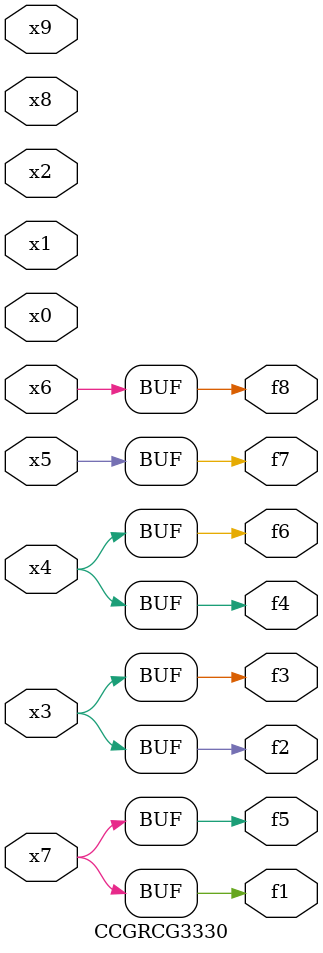
<source format=v>
module CCGRCG3330(
	input x0, x1, x2, x3, x4, x5, x6, x7, x8, x9,
	output f1, f2, f3, f4, f5, f6, f7, f8
);
	assign f1 = x7;
	assign f2 = x3;
	assign f3 = x3;
	assign f4 = x4;
	assign f5 = x7;
	assign f6 = x4;
	assign f7 = x5;
	assign f8 = x6;
endmodule

</source>
